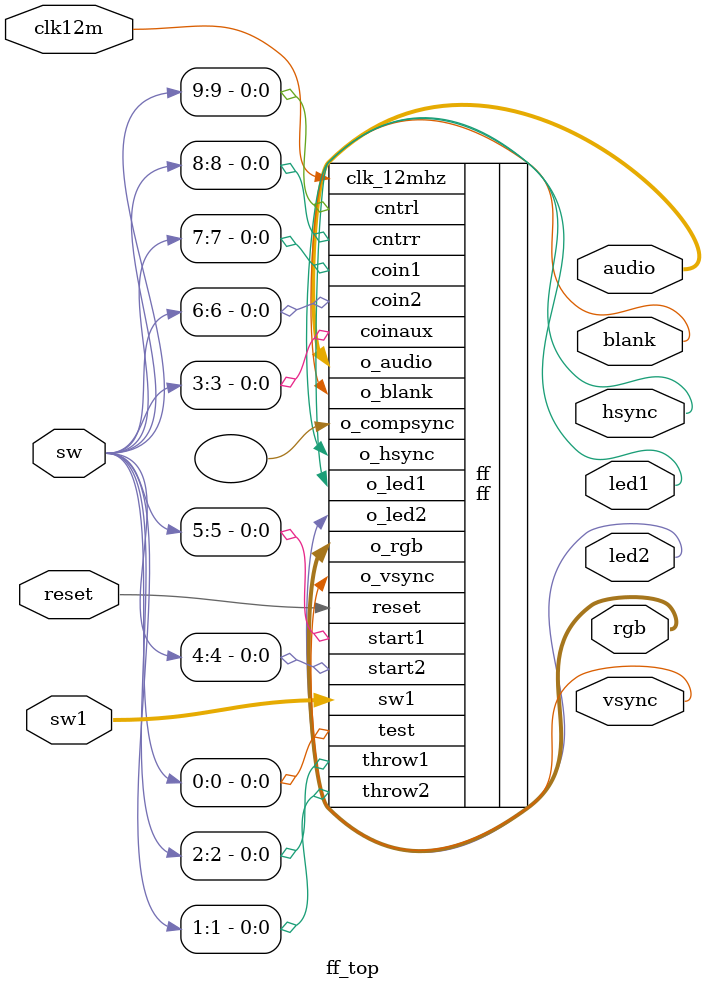
<source format=v>

module ff_top(
	      input 	   clk12m,
	      input 	   reset,
	      output 	   led1,
	      output 	   led2,
	      output 	   hsync,
	      output 	   vsync,
	      output 	   blank,
	      output [7:0] rgb,
	      output [7:0] audio,
	      input [9:0]  sw,
	      input [8:1]  sw1
	      );

   ff ff(
	 .clk_12mhz(clk12m),
	 .reset(reset),
	 .test(sw[0]),
	 .throw2(sw[1]),
	 .throw1(sw[2]),
	 .coinaux(sw[3]),
	 .start2(sw[4]),
	 .start1(sw[5]),
	 .coin2(sw[6]),
	 .coin1(sw[7]),
	 .cntrr(sw[8]),
	 .cntrl(sw[9]),
	 .sw1(sw1),
	 .o_led1(led1),
	 .o_led2(led2),
	 .o_hsync(hsync),
	 .o_compsync(),
	 .o_vsync(vsync),
	 .o_blank(blank),
	 .o_rgb(rgb),
	 .o_audio(audio)
	 );
   
endmodule // ff_top

</source>
